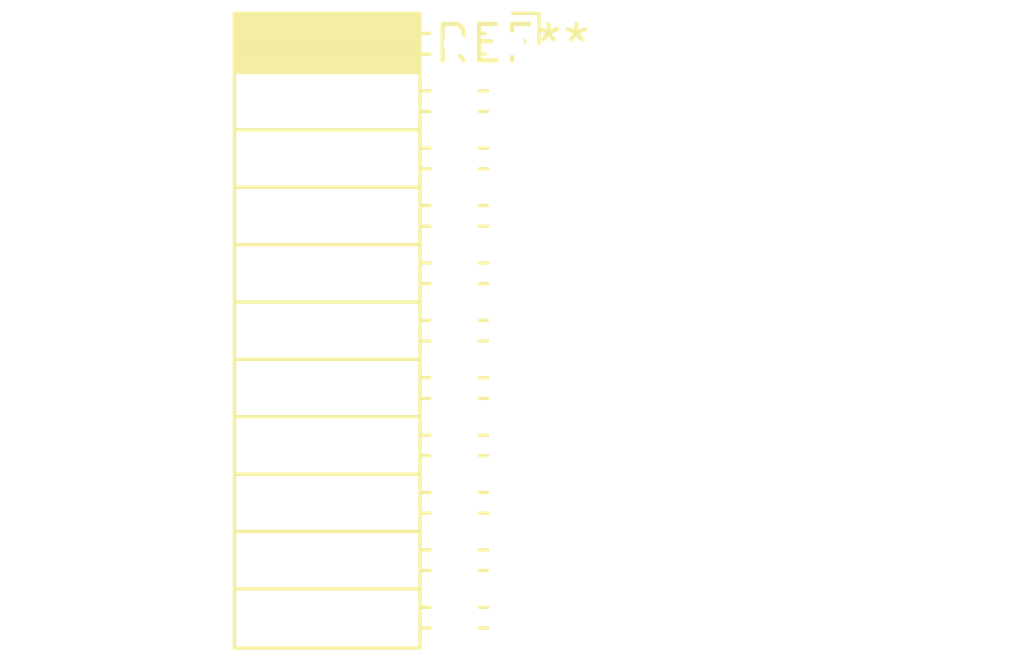
<source format=kicad_pcb>
(kicad_pcb (version 20240108) (generator pcbnew)
  (layers (0 "F.Cu" signal) (31 "B.Cu" signal) (34 "B.Paste" user) (35 "F.Paste" user) (36 "B.SilkS" user "B.Silkscreen") (37 "F.SilkS" user "F.Silkscreen") (38 "B.Mask" user) (39 "F.Mask" user) (44 "Edge.Cuts" user))
  (net 0 "")
  (footprint "PinSocket_2x11_P2.00mm_Horizontal" (layer "F.Cu") (at 0 0)
    (property "Reference" "REF**")
    (property "Value" "PinSocket_2x11_P2.00mm_Horizontal")
    (fp_line (start -9.68 -1.06) (end -9.68 21.06) (layer "F.SilkS") (stroke (width 0.12)))
    (fp_line (start -9.68 -1.06) (end -3.21 -1.06) (layer "F.SilkS") (stroke (width 0.12)))
    (fp_line (start -9.68 -0.94) (end -3.21 -0.94) (layer "F.SilkS") (stroke (width 0.12)))
    (fp_line (start -9.68 -0.825882) (end -3.21 -0.825882) (layer "F.SilkS") (stroke (width 0.12)))
    (fp_line (start -9.68 -0.711764) (end -3.21 -0.711764) (layer "F.SilkS") (stroke (width 0.12)))
    (fp_line (start -9.68 -0.597646) (end -3.21 -0.597646) (layer "F.SilkS") (stroke (width 0.12)))
    (fp_line (start -9.68 -0.483528) (end -3.21 -0.483528) (layer "F.SilkS") (stroke (width 0.12)))
    (fp_line (start -9.68 -0.36941) (end -3.21 -0.36941) (layer "F.SilkS") (stroke (width 0.12)))
    (fp_line (start -9.68 -0.255292) (end -3.21 -0.255292) (layer "F.SilkS") (stroke (width 0.12)))
    (fp_line (start -9.68 -0.141174) (end -3.21 -0.141174) (layer "F.SilkS") (stroke (width 0.12)))
    (fp_line (start -9.68 -0.027056) (end -3.21 -0.027056) (layer "F.SilkS") (stroke (width 0.12)))
    (fp_line (start -9.68 0.087062) (end -3.21 0.087062) (layer "F.SilkS") (stroke (width 0.12)))
    (fp_line (start -9.68 0.20118) (end -3.21 0.20118) (layer "F.SilkS") (stroke (width 0.12)))
    (fp_line (start -9.68 0.315298) (end -3.21 0.315298) (layer "F.SilkS") (stroke (width 0.12)))
    (fp_line (start -9.68 0.429416) (end -3.21 0.429416) (layer "F.SilkS") (stroke (width 0.12)))
    (fp_line (start -9.68 0.543534) (end -3.21 0.543534) (layer "F.SilkS") (stroke (width 0.12)))
    (fp_line (start -9.68 0.657652) (end -3.21 0.657652) (layer "F.SilkS") (stroke (width 0.12)))
    (fp_line (start -9.68 0.77177) (end -3.21 0.77177) (layer "F.SilkS") (stroke (width 0.12)))
    (fp_line (start -9.68 0.885888) (end -3.21 0.885888) (layer "F.SilkS") (stroke (width 0.12)))
    (fp_line (start -9.68 1) (end -3.21 1) (layer "F.SilkS") (stroke (width 0.12)))
    (fp_line (start -9.68 3) (end -3.21 3) (layer "F.SilkS") (stroke (width 0.12)))
    (fp_line (start -9.68 5) (end -3.21 5) (layer "F.SilkS") (stroke (width 0.12)))
    (fp_line (start -9.68 7) (end -3.21 7) (layer "F.SilkS") (stroke (width 0.12)))
    (fp_line (start -9.68 9) (end -3.21 9) (layer "F.SilkS") (stroke (width 0.12)))
    (fp_line (start -9.68 11) (end -3.21 11) (layer "F.SilkS") (stroke (width 0.12)))
    (fp_line (start -9.68 13) (end -3.21 13) (layer "F.SilkS") (stroke (width 0.12)))
    (fp_line (start -9.68 15) (end -3.21 15) (layer "F.SilkS") (stroke (width 0.12)))
    (fp_line (start -9.68 17) (end -3.21 17) (layer "F.SilkS") (stroke (width 0.12)))
    (fp_line (start -9.68 19) (end -3.21 19) (layer "F.SilkS") (stroke (width 0.12)))
    (fp_line (start -9.68 21.06) (end -3.21 21.06) (layer "F.SilkS") (stroke (width 0.12)))
    (fp_line (start -3.21 -1.06) (end -3.21 21.06) (layer "F.SilkS") (stroke (width 0.12)))
    (fp_line (start -3.21 -0.36) (end -2.862917 -0.36) (layer "F.SilkS") (stroke (width 0.12)))
    (fp_line (start -3.21 0.36) (end -2.862917 0.36) (layer "F.SilkS") (stroke (width 0.12)))
    (fp_line (start -3.21 1.64) (end -2.862917 1.64) (layer "F.SilkS") (stroke (width 0.12)))
    (fp_line (start -3.21 2.36) (end -2.862917 2.36) (layer "F.SilkS") (stroke (width 0.12)))
    (fp_line (start -3.21 3.64) (end -2.862917 3.64) (layer "F.SilkS") (stroke (width 0.12)))
    (fp_line (start -3.21 4.36) (end -2.862917 4.36) (layer "F.SilkS") (stroke (width 0.12)))
    (fp_line (start -3.21 5.64) (end -2.862917 5.64) (layer "F.SilkS") (stroke (width 0.12)))
    (fp_line (start -3.21 6.36) (end -2.862917 6.36) (layer "F.SilkS") (stroke (width 0.12)))
    (fp_line (start -3.21 7.64) (end -2.862917 7.64) (layer "F.SilkS") (stroke (width 0.12)))
    (fp_line (start -3.21 8.36) (end -2.862917 8.36) (layer "F.SilkS") (stroke (width 0.12)))
    (fp_line (start -3.21 9.64) (end -2.862917 9.64) (layer "F.SilkS") (stroke (width 0.12)))
    (fp_line (start -3.21 10.36) (end -2.862917 10.36) (layer "F.SilkS") (stroke (width 0.12)))
    (fp_line (start -3.21 11.64) (end -2.862917 11.64) (layer "F.SilkS") (stroke (width 0.12)))
    (fp_line (start -3.21 12.36) (end -2.862917 12.36) (layer "F.SilkS") (stroke (width 0.12)))
    (fp_line (start -3.21 13.64) (end -2.862917 13.64) (layer "F.SilkS") (stroke (width 0.12)))
    (fp_line (start -3.21 14.36) (end -2.862917 14.36) (layer "F.SilkS") (stroke (width 0.12)))
    (fp_line (start -3.21 15.64) (end -2.862917 15.64) (layer "F.SilkS") (stroke (width 0.12)))
    (fp_line (start -3.21 16.36) (end -2.862917 16.36) (layer "F.SilkS") (stroke (width 0.12)))
    (fp_line (start -3.21 17.64) (end -2.862917 17.64) (layer "F.SilkS") (stroke (width 0.12)))
    (fp_line (start -3.21 18.36) (end -2.862917 18.36) (layer "F.SilkS") (stroke (width 0.12)))
    (fp_line (start -3.21 19.64) (end -2.862917 19.64) (layer "F.SilkS") (stroke (width 0.12)))
    (fp_line (start -3.21 20.36) (end -2.862917 20.36) (layer "F.SilkS") (stroke (width 0.12)))
    (fp_line (start -1.137083 -0.36) (end -0.935 -0.36) (layer "F.SilkS") (stroke (width 0.12)))
    (fp_line (start -1.137083 0.36) (end -0.935 0.36) (layer "F.SilkS") (stroke (width 0.12)))
    (fp_line (start -1.137083 1.64) (end -0.862917 1.64) (layer "F.SilkS") (stroke (width 0.12)))
    (fp_line (start -1.137083 2.36) (end -0.862917 2.36) (layer "F.SilkS") (stroke (width 0.12)))
    (fp_line (start -1.137083 3.64) (end -0.862917 3.64) (layer "F.SilkS") (stroke (width 0.12)))
    (fp_line (start -1.137083 4.36) (end -0.862917 4.36) (layer "F.SilkS") (stroke (width 0.12)))
    (fp_line (start -1.137083 5.64) (end -0.862917 5.64) (layer "F.SilkS") (stroke (width 0.12)))
    (fp_line (start -1.137083 6.36) (end -0.862917 6.36) (layer "F.SilkS") (stroke (width 0.12)))
    (fp_line (start -1.137083 7.64) (end -0.862917 7.64) (layer "F.SilkS") (stroke (width 0.12)))
    (fp_line (start -1.137083 8.36) (end -0.862917 8.36) (layer "F.SilkS") (stroke (width 0.12)))
    (fp_line (start -1.137083 9.64) (end -0.862917 9.64) (layer "F.SilkS") (stroke (width 0.12)))
    (fp_line (start -1.137083 10.36) (end -0.862917 10.36) (layer "F.SilkS") (stroke (width 0.12)))
    (fp_line (start -1.137083 11.64) (end -0.862917 11.64) (layer "F.SilkS") (stroke (width 0.12)))
    (fp_line (start -1.137083 12.36) (end -0.862917 12.36) (layer "F.SilkS") (stroke (width 0.12)))
    (fp_line (start -1.137083 13.64) (end -0.862917 13.64) (layer "F.SilkS") (stroke (width 0.12)))
    (fp_line (start -1.137083 14.36) (end -0.862917 14.36) (layer "F.SilkS") (stroke (width 0.12)))
    (fp_line (start -1.137083 15.64) (end -0.862917 15.64) (layer "F.SilkS") (stroke (width 0.12)))
    (fp_line (start -1.137083 16.36) (end -0.862917 16.36) (layer "F.SilkS") (stroke (width 0.12)))
    (fp_line (start -1.137083 17.64) (end -0.862917 17.64) (layer "F.SilkS") (stroke (width 0.12)))
    (fp_line (start -1.137083 18.36) (end -0.862917 18.36) (layer "F.SilkS") (stroke (width 0.12)))
    (fp_line (start -1.137083 19.64) (end -0.862917 19.64) (layer "F.SilkS") (stroke (width 0.12)))
    (fp_line (start -1.137083 20.36) (end -0.862917 20.36) (layer "F.SilkS") (stroke (width 0.12)))
    (fp_line (start 0 -1.06) (end 0.935 -1.06) (layer "F.SilkS") (stroke (width 0.12)))
    (fp_line (start 0.935 -1.06) (end 0.935 0) (layer "F.SilkS") (stroke (width 0.12)))
    (pad "1" thru_hole rect (at 0 0) (size 1.35 1.35) (drill 0.8) (layers *.Cu *.Mask) (remove_unused_layers))
    (pad "2" thru_hole oval (at -2 0) (size 1.35 1.35) (drill 0.8) (layers *.Cu *.Mask) (remove_unused_layers))
    (pad "3" thru_hole oval (at 0 2) (size 1.35 1.35) (drill 0.8) (layers *.Cu *.Mask) (remove_unused_layers))
    (pad "4" thru_hole oval (at -2 2) (size 1.35 1.35) (drill 0.8) (layers *.Cu *.Mask) (remove_unused_layers))
    (pad "5" thru_hole oval (at 0 4) (size 1.35 1.35) (drill 0.8) (layers *.Cu *.Mask) (remove_unused_layers))
    (pad "6" thru_hole oval (at -2 4) (size 1.35 1.35) (drill 0.8) (layers *.Cu *.Mask) (remove_unused_layers))
    (pad "7" thru_hole oval (at 0 6) (size 1.35 1.35) (drill 0.8) (layers *.Cu *.Mask) (remove_unused_layers))
    (pad "8" thru_hole oval (at -2 6) (size 1.35 1.35) (drill 0.8) (layers *.Cu *.Mask) (remove_unused_layers))
    (pad "9" thru_hole oval (at 0 8) (size 1.35 1.35) (drill 0.8) (layers *.Cu *.Mask) (remove_unused_layers))
    (pad "10" thru_hole oval (at -2 8) (size 1.35 1.35) (drill 0.8) (layers *.Cu *.Mask) (remove_unused_layers))
    (pad "11" thru_hole oval (at 0 10) (size 1.35 1.35) (drill 0.8) (layers *.Cu *.Mask) (remove_unused_layers))
    (pad "12" thru_hole oval (at -2 10) (size 1.35 1.35) (drill 0.8) (layers *.Cu *.Mask) (remove_unused_layers))
    (pad "13" thru_hole oval (at 0 12) (size 1.35 1.35) (drill 0.8) (layers *.Cu *.Mask) (remove_unused_layers))
    (pad "14" thru_hole oval (at -2 12) (size 1.35 1.35) (drill 0.8) (layers *.Cu *.Mask) (remove_unused_layers))
    (pad "15" thru_hole oval (at 0 14) (size 1.35 1.35) (drill 0.8) (layers *.Cu *.Mask) (remove_unused_layers))
    (pad "16" thru_hole oval (at -2 14) (size 1.35 1.35) (drill 0.8) (layers *.Cu *.Mask) (remove_unused_layers))
    (pad "17" thru_hole oval (at 0 16) (size 1.35 1.35) (drill 0.8) (layers *.Cu *.Mask) (remove_unused_layers))
    (pad "18" thru_hole oval (at -2 16) (size 1.35 1.35) (drill 0.8) (layers *.Cu *.Mask) (remove_unused_layers))
    (pad "19" thru_hole oval (at 0 18) (size 1.35 1.35) (drill 0.8) (layers *.Cu *.Mask) (remove_unused_layers))
    (pad "20" thru_hole oval (at -2 18) (size 1.35 1.35) (drill 0.8) (layers *.Cu *.Mask) (remove_unused_layers))
    (pad "21" thru_hole oval (at 0 20) (size 1.35 1.35) (drill 0.8) (layers *.Cu *.Mask) (remove_unused_layers))
    (pad "22" thru_hole oval (at -2 20) (size 1.35 1.35) (drill 0.8) (layers *.Cu *.Mask) (remove_unused_layers))
  )
)
</source>
